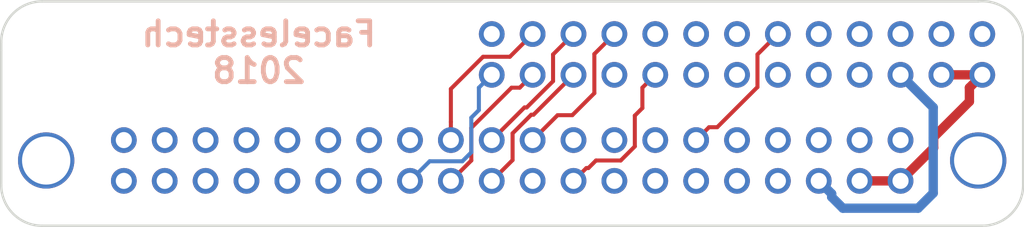
<source format=kicad_pcb>
(kicad_pcb (version 20171130) (host pcbnew 5.0.0+dfsg1-2)

  (general
    (thickness 1.6)
    (drawings 11)
    (tracks 60)
    (zones 0)
    (modules 4)
    (nets 57)
  )

  (page A4)
  (layers
    (0 F.Cu signal)
    (31 B.Cu signal)
    (32 B.Adhes user)
    (33 F.Adhes user)
    (34 B.Paste user)
    (35 F.Paste user)
    (36 B.SilkS user)
    (37 F.SilkS user)
    (38 B.Mask user)
    (39 F.Mask user)
    (40 Dwgs.User user)
    (41 Cmts.User user)
    (42 Eco1.User user)
    (43 Eco2.User user)
    (44 Edge.Cuts user)
    (45 Margin user)
    (46 B.CrtYd user)
    (47 F.CrtYd user)
    (48 B.Fab user)
    (49 F.Fab user)
  )

  (setup
    (last_trace_width 0.25)
    (user_trace_width 0.58)
    (trace_clearance 0.2)
    (zone_clearance 0.508)
    (zone_45_only no)
    (trace_min 0.2)
    (segment_width 0.2)
    (edge_width 0.15)
    (via_size 0.6)
    (via_drill 0.4)
    (via_min_size 0.4)
    (via_min_drill 0.3)
    (uvia_size 0.3)
    (uvia_drill 0.1)
    (uvias_allowed no)
    (uvia_min_size 0.2)
    (uvia_min_drill 0.1)
    (pcb_text_width 0.3)
    (pcb_text_size 1.5 1.5)
    (mod_edge_width 0.15)
    (mod_text_size 1 1)
    (mod_text_width 0.15)
    (pad_size 1.524 1.524)
    (pad_drill 0.762)
    (pad_to_mask_clearance 0.2)
    (aux_axis_origin 0 0)
    (visible_elements FFFFFF7F)
    (pcbplotparams
      (layerselection 0x010f0_ffffffff)
      (usegerberextensions false)
      (usegerberattributes false)
      (usegerberadvancedattributes false)
      (creategerberjobfile false)
      (excludeedgelayer true)
      (linewidth 0.100000)
      (plotframeref false)
      (viasonmask false)
      (mode 1)
      (useauxorigin false)
      (hpglpennumber 1)
      (hpglpenspeed 20)
      (hpglpendiameter 15.000000)
      (psnegative false)
      (psa4output false)
      (plotreference true)
      (plotvalue true)
      (plotinvisibletext false)
      (padsonsilk false)
      (subtractmaskfromsilk false)
      (outputformat 1)
      (mirror false)
      (drillshape 0)
      (scaleselection 1)
      (outputdirectory "gerbers/"))
  )

  (net 0 "")
  (net 1 "Net-(U1-Pad3)")
  (net 2 "Net-(U1-Pad5)")
  (net 3 "Net-(U1-Pad1)")
  (net 4 "Net-(U1-Pad19)")
  (net 5 "Net-(U2-Pad20)")
  (net 6 "Net-(U2-Pad17)")
  (net 7 "Net-(U2-Pad15)")
  (net 8 "Net-(U2-Pad13)")
  (net 9 "Net-(U1-Pad11)")
  (net 10 "Net-(U2-Pad9)")
  (net 11 "Net-(U2-Pad7)")
  (net 12 "Net-(U2-Pad5)")
  (net 13 "Net-(U2-Pad3)")
  (net 14 "Net-(U2-Pad1)")
  (net 15 "Net-(U1-Pad18)")
  (net 16 "Net-(U2-Pad16)")
  (net 17 "Net-(U2-Pad14)")
  (net 18 "Net-(U2-Pad12)")
  (net 19 "Net-(U2-Pad10)")
  (net 20 "Net-(U2-Pad8)")
  (net 21 "Net-(U1-Pad6)")
  (net 22 "Net-(U1-Pad21)")
  (net 23 "Net-(U1-Pad22)")
  (net 24 "Net-(U1-Pad23)")
  (net 25 "Net-(U1-Pad24)")
  (net 26 "Net-(U2-Pad25)")
  (net 27 "Net-(U1-Pad26)")
  (net 28 "Net-(U2-Pad27)")
  (net 29 "Net-(U2-Pad28)")
  (net 30 "Net-(U2-Pad29)")
  (net 31 "Net-(U2-Pad30)")
  (net 32 "Net-(U2-Pad31)")
  (net 33 "Net-(U2-Pad32)")
  (net 34 "Net-(U2-Pad33)")
  (net 35 "Net-(U2-Pad34)")
  (net 36 "Net-(U2-Pad35)")
  (net 37 "Net-(U2-Pad36)")
  (net 38 "Net-(U2-Pad37)")
  (net 39 "Net-(U2-Pad38)")
  (net 40 "Net-(U2-Pad39)")
  (net 41 "Net-(U2-Pad40)")
  (net 42 "Net-(U1-Pad20)")
  (net 43 "Net-(U1-Pad17)")
  (net 44 "Net-(U1-Pad15)")
  (net 45 "Net-(U1-Pad13)")
  (net 46 "Net-(U1-Pad9)")
  (net 47 "Net-(U1-Pad7)")
  (net 48 "Net-(U1-Pad16)")
  (net 49 "Net-(U1-Pad14)")
  (net 50 "Net-(U1-Pad12)")
  (net 51 "Net-(U1-Pad10)")
  (net 52 "Net-(U1-Pad8)")
  (net 53 "Net-(U1-Pad25)")
  (net 54 "Net-(U3-Pad1)")
  (net 55 "Net-(U4-Pad1)")
  (net 56 "Net-(U1-Pad2)")

  (net_class Default "This is the default net class."
    (clearance 0.2)
    (trace_width 0.25)
    (via_dia 0.6)
    (via_drill 0.4)
    (uvia_dia 0.3)
    (uvia_drill 0.1)
    (add_net "Net-(U1-Pad1)")
    (add_net "Net-(U1-Pad10)")
    (add_net "Net-(U1-Pad11)")
    (add_net "Net-(U1-Pad12)")
    (add_net "Net-(U1-Pad13)")
    (add_net "Net-(U1-Pad14)")
    (add_net "Net-(U1-Pad15)")
    (add_net "Net-(U1-Pad16)")
    (add_net "Net-(U1-Pad17)")
    (add_net "Net-(U1-Pad18)")
    (add_net "Net-(U1-Pad19)")
    (add_net "Net-(U1-Pad2)")
    (add_net "Net-(U1-Pad20)")
    (add_net "Net-(U1-Pad21)")
    (add_net "Net-(U1-Pad22)")
    (add_net "Net-(U1-Pad23)")
    (add_net "Net-(U1-Pad24)")
    (add_net "Net-(U1-Pad25)")
    (add_net "Net-(U1-Pad26)")
    (add_net "Net-(U1-Pad3)")
    (add_net "Net-(U1-Pad5)")
    (add_net "Net-(U1-Pad6)")
    (add_net "Net-(U1-Pad7)")
    (add_net "Net-(U1-Pad8)")
    (add_net "Net-(U1-Pad9)")
    (add_net "Net-(U2-Pad1)")
    (add_net "Net-(U2-Pad10)")
    (add_net "Net-(U2-Pad12)")
    (add_net "Net-(U2-Pad13)")
    (add_net "Net-(U2-Pad14)")
    (add_net "Net-(U2-Pad15)")
    (add_net "Net-(U2-Pad16)")
    (add_net "Net-(U2-Pad17)")
    (add_net "Net-(U2-Pad20)")
    (add_net "Net-(U2-Pad25)")
    (add_net "Net-(U2-Pad27)")
    (add_net "Net-(U2-Pad28)")
    (add_net "Net-(U2-Pad29)")
    (add_net "Net-(U2-Pad3)")
    (add_net "Net-(U2-Pad30)")
    (add_net "Net-(U2-Pad31)")
    (add_net "Net-(U2-Pad32)")
    (add_net "Net-(U2-Pad33)")
    (add_net "Net-(U2-Pad34)")
    (add_net "Net-(U2-Pad35)")
    (add_net "Net-(U2-Pad36)")
    (add_net "Net-(U2-Pad37)")
    (add_net "Net-(U2-Pad38)")
    (add_net "Net-(U2-Pad39)")
    (add_net "Net-(U2-Pad40)")
    (add_net "Net-(U2-Pad5)")
    (add_net "Net-(U2-Pad7)")
    (add_net "Net-(U2-Pad8)")
    (add_net "Net-(U2-Pad9)")
    (add_net "Net-(U3-Pad1)")
    (add_net "Net-(U4-Pad1)")
  )

  (net_class power_rail ""
    (clearance 0.2)
    (trace_width 0.5)
    (via_dia 0.6)
    (via_drill 0.4)
    (uvia_dia 0.3)
    (uvia_drill 0.1)
  )

  (module raspberry_pi_gpio_custom:raspberry_pi_gpio_custom (layer F.Cu) (tedit 5B45C832) (tstamp 5B30C75D)
    (at 148.59 104.902)
    (path /5B30BBFA)
    (fp_text reference U2 (at 0 4.064) (layer F.SilkS) hide
      (effects (font (size 1 1) (thickness 0.15)))
    )
    (fp_text value Raspberry_Pi_2_3 (at 0 -4.572) (layer F.Fab) hide
      (effects (font (size 1 1) (thickness 0.15)))
    )
    (pad 19 thru_hole circle (at 1.27 -1.27) (size 1.6 1.6) (drill 1) (layers *.Cu *.Mask)
      (net 4 "Net-(U1-Pad19)"))
    (pad 20 thru_hole circle (at 1.27 1.27) (size 1.6 1.6) (drill 1) (layers *.Cu *.Mask)
      (net 5 "Net-(U2-Pad20)"))
    (pad 17 thru_hole circle (at 3.81 -1.27) (size 1.6 1.6) (drill 1) (layers *.Cu *.Mask)
      (net 6 "Net-(U2-Pad17)"))
    (pad 15 thru_hole circle (at 6.35 -1.27) (size 1.6 1.6) (drill 1) (layers *.Cu *.Mask)
      (net 7 "Net-(U2-Pad15)"))
    (pad 13 thru_hole circle (at 8.89 -1.27) (size 1.6 1.6) (drill 1) (layers *.Cu *.Mask)
      (net 8 "Net-(U2-Pad13)"))
    (pad 11 thru_hole circle (at 11.43 -1.27) (size 1.6 1.6) (drill 1) (layers *.Cu *.Mask)
      (net 9 "Net-(U1-Pad11)"))
    (pad 9 thru_hole circle (at 13.97 -1.27) (size 1.6 1.6) (drill 1) (layers *.Cu *.Mask)
      (net 10 "Net-(U2-Pad9)"))
    (pad 7 thru_hole circle (at 16.51 -1.27) (size 1.6 1.6) (drill 1) (layers *.Cu *.Mask)
      (net 11 "Net-(U2-Pad7)"))
    (pad 5 thru_hole circle (at 19.05 -1.27) (size 1.6 1.6) (drill 1) (layers *.Cu *.Mask)
      (net 12 "Net-(U2-Pad5)"))
    (pad 3 thru_hole circle (at 21.59 -1.27) (size 1.6 1.6) (drill 1) (layers *.Cu *.Mask)
      (net 13 "Net-(U2-Pad3)"))
    (pad 1 thru_hole circle (at 24.13 -1.27) (size 1.6 1.6) (drill 1) (layers *.Cu *.Mask)
      (net 14 "Net-(U2-Pad1)"))
    (pad 18 thru_hole circle (at 3.81 1.27) (size 1.6 1.6) (drill 1) (layers *.Cu *.Mask)
      (net 15 "Net-(U1-Pad18)"))
    (pad 16 thru_hole circle (at 6.35 1.27) (size 1.6 1.6) (drill 1) (layers *.Cu *.Mask)
      (net 16 "Net-(U2-Pad16)"))
    (pad 14 thru_hole circle (at 8.89 1.27) (size 1.6 1.6) (drill 1) (layers *.Cu *.Mask)
      (net 17 "Net-(U2-Pad14)"))
    (pad 12 thru_hole circle (at 11.43 1.27) (size 1.6 1.6) (drill 1) (layers *.Cu *.Mask)
      (net 18 "Net-(U2-Pad12)"))
    (pad 10 thru_hole circle (at 13.97 1.27) (size 1.6 1.6) (drill 1) (layers *.Cu *.Mask)
      (net 19 "Net-(U2-Pad10)"))
    (pad 8 thru_hole circle (at 16.51 1.27) (size 1.6 1.6) (drill 1) (layers *.Cu *.Mask)
      (net 20 "Net-(U2-Pad8)"))
    (pad 6 thru_hole circle (at 19.05 1.27) (size 1.6 1.6) (drill 1) (layers *.Cu *.Mask)
      (net 21 "Net-(U1-Pad6)"))
    (pad 4 thru_hole circle (at 21.59 1.27) (size 1.6 1.6) (drill 1) (layers *.Cu *.Mask)
      (net 56 "Net-(U1-Pad2)"))
    (pad 2 thru_hole circle (at 24.13 1.27) (size 1.6 1.6) (drill 1) (layers *.Cu *.Mask)
      (net 56 "Net-(U1-Pad2)"))
    (pad 21 thru_hole circle (at -1.27 -1.27) (size 1.6 1.6) (drill 1) (layers *.Cu *.Mask)
      (net 22 "Net-(U1-Pad21)"))
    (pad 22 thru_hole circle (at -1.27 1.27) (size 1.6 1.6) (drill 1) (layers *.Cu *.Mask)
      (net 23 "Net-(U1-Pad22)"))
    (pad 23 thru_hole circle (at -3.81 -1.27) (size 1.6 1.6) (drill 1) (layers *.Cu *.Mask)
      (net 24 "Net-(U1-Pad23)"))
    (pad 24 thru_hole circle (at -3.81 1.27) (size 1.6 1.6) (drill 1) (layers *.Cu *.Mask)
      (net 25 "Net-(U1-Pad24)"))
    (pad 25 thru_hole circle (at -6.35 -1.27) (size 1.6 1.6) (drill 1) (layers *.Cu *.Mask)
      (net 26 "Net-(U2-Pad25)"))
    (pad 26 thru_hole circle (at -6.35 1.27) (size 1.6 1.6) (drill 1) (layers *.Cu *.Mask)
      (net 27 "Net-(U1-Pad26)"))
    (pad 27 thru_hole circle (at -8.89 -1.27) (size 1.6 1.6) (drill 1) (layers *.Cu *.Mask)
      (net 28 "Net-(U2-Pad27)"))
    (pad 28 thru_hole circle (at -8.89 1.27) (size 1.6 1.6) (drill 1) (layers *.Cu *.Mask)
      (net 29 "Net-(U2-Pad28)"))
    (pad 29 thru_hole circle (at -11.43 -1.27) (size 1.6 1.6) (drill 1) (layers *.Cu *.Mask)
      (net 30 "Net-(U2-Pad29)"))
    (pad 30 thru_hole circle (at -11.43 1.27) (size 1.6 1.6) (drill 1) (layers *.Cu *.Mask)
      (net 31 "Net-(U2-Pad30)"))
    (pad 31 thru_hole circle (at -13.97 -1.27) (size 1.6 1.6) (drill 1) (layers *.Cu *.Mask)
      (net 32 "Net-(U2-Pad31)"))
    (pad 32 thru_hole circle (at -13.97 1.27) (size 1.6 1.6) (drill 1) (layers *.Cu *.Mask)
      (net 33 "Net-(U2-Pad32)"))
    (pad 33 thru_hole circle (at -16.51 -1.27) (size 1.6 1.6) (drill 1) (layers *.Cu *.Mask)
      (net 34 "Net-(U2-Pad33)"))
    (pad 34 thru_hole circle (at -16.51 1.27) (size 1.6 1.6) (drill 1) (layers *.Cu *.Mask)
      (net 35 "Net-(U2-Pad34)"))
    (pad 35 thru_hole circle (at -19.05 -1.27) (size 1.6 1.6) (drill 1) (layers *.Cu *.Mask)
      (net 36 "Net-(U2-Pad35)"))
    (pad 36 thru_hole circle (at -19.05 1.27) (size 1.6 1.6) (drill 1) (layers *.Cu *.Mask)
      (net 37 "Net-(U2-Pad36)"))
    (pad 37 thru_hole circle (at -21.59 -1.27) (size 1.6 1.6) (drill 1) (layers *.Cu *.Mask)
      (net 38 "Net-(U2-Pad37)"))
    (pad 38 thru_hole circle (at -21.59 1.27) (size 1.6 1.6) (drill 1) (layers *.Cu *.Mask)
      (net 39 "Net-(U2-Pad38)"))
    (pad 39 thru_hole circle (at -24.13 -1.27) (size 1.6 1.6) (drill 1) (layers *.Cu *.Mask)
      (net 40 "Net-(U2-Pad39)"))
    (pad 40 thru_hole circle (at -24.13 1.27) (size 1.6 1.6) (drill 1) (layers *.Cu *.Mask)
      (net 41 "Net-(U2-Pad40)"))
  )

  (module raspberry_pi_gpio_custom:raspberry_pi_gpio_26pin_custom (layer F.Cu) (tedit 5B45C83A) (tstamp 5B30CB83)
    (at 162.56 98.298)
    (path /5B30BC4F)
    (fp_text reference U1 (at 0 3.683) (layer F.SilkS) hide
      (effects (font (size 1 1) (thickness 0.15)))
    )
    (fp_text value RASPBERRY_PI_HEADER_26_pins (at 0 -3.7465) (layer F.Fab) hide
      (effects (font (size 1 1) (thickness 0.15)))
    )
    (pad 19 thru_hole circle (at -7.62 -1.27) (size 1.6 1.6) (drill 1) (layers *.Cu *.Mask)
      (net 4 "Net-(U1-Pad19)"))
    (pad 20 thru_hole circle (at -7.62 1.27) (size 1.6 1.6) (drill 1) (layers *.Cu *.Mask)
      (net 42 "Net-(U1-Pad20)"))
    (pad 17 thru_hole circle (at -5.08 -1.27) (size 1.6 1.6) (drill 1) (layers *.Cu *.Mask)
      (net 43 "Net-(U1-Pad17)"))
    (pad 15 thru_hole circle (at -2.54 -1.27) (size 1.6 1.6) (drill 1) (layers *.Cu *.Mask)
      (net 44 "Net-(U1-Pad15)"))
    (pad 13 thru_hole circle (at 0 -1.27) (size 1.6 1.6) (drill 1) (layers *.Cu *.Mask)
      (net 45 "Net-(U1-Pad13)"))
    (pad 11 thru_hole circle (at 2.54 -1.27) (size 1.6 1.6) (drill 1) (layers *.Cu *.Mask)
      (net 9 "Net-(U1-Pad11)"))
    (pad 9 thru_hole circle (at 5.08 -1.27) (size 1.6 1.6) (drill 1) (layers *.Cu *.Mask)
      (net 46 "Net-(U1-Pad9)"))
    (pad 7 thru_hole circle (at 7.62 -1.27) (size 1.6 1.6) (drill 1) (layers *.Cu *.Mask)
      (net 47 "Net-(U1-Pad7)"))
    (pad 5 thru_hole circle (at 10.16 -1.27) (size 1.6 1.6) (drill 1) (layers *.Cu *.Mask)
      (net 2 "Net-(U1-Pad5)"))
    (pad 3 thru_hole circle (at 12.7 -1.27) (size 1.6 1.6) (drill 1) (layers *.Cu *.Mask)
      (net 1 "Net-(U1-Pad3)"))
    (pad 1 thru_hole circle (at 15.24 -1.27) (size 1.6 1.6) (drill 1) (layers *.Cu *.Mask)
      (net 3 "Net-(U1-Pad1)"))
    (pad 18 thru_hole circle (at -5.08 1.27) (size 1.6 1.6) (drill 1) (layers *.Cu *.Mask)
      (net 15 "Net-(U1-Pad18)"))
    (pad 16 thru_hole circle (at -2.54 1.27) (size 1.6 1.6) (drill 1) (layers *.Cu *.Mask)
      (net 48 "Net-(U1-Pad16)"))
    (pad 14 thru_hole circle (at 0 1.27) (size 1.6 1.6) (drill 1) (layers *.Cu *.Mask)
      (net 49 "Net-(U1-Pad14)"))
    (pad 12 thru_hole circle (at 2.54 1.27) (size 1.6 1.6) (drill 1) (layers *.Cu *.Mask)
      (net 50 "Net-(U1-Pad12)"))
    (pad 10 thru_hole circle (at 5.08 1.27) (size 1.6 1.6) (drill 1) (layers *.Cu *.Mask)
      (net 51 "Net-(U1-Pad10)"))
    (pad 8 thru_hole circle (at 7.62 1.27) (size 1.6 1.6) (drill 1) (layers *.Cu *.Mask)
      (net 52 "Net-(U1-Pad8)"))
    (pad 6 thru_hole circle (at 10.16 1.27) (size 1.6 1.6) (drill 1) (layers *.Cu *.Mask)
      (net 21 "Net-(U1-Pad6)"))
    (pad 4 thru_hole circle (at 12.7 1.27) (size 1.6 1.6) (drill 1) (layers *.Cu *.Mask)
      (net 56 "Net-(U1-Pad2)"))
    (pad 2 thru_hole circle (at 15.24 1.27) (size 1.6 1.6) (drill 1) (layers *.Cu *.Mask)
      (net 56 "Net-(U1-Pad2)"))
    (pad 21 thru_hole circle (at -10.16 -1.27) (size 1.6 1.6) (drill 1) (layers *.Cu *.Mask)
      (net 22 "Net-(U1-Pad21)"))
    (pad 22 thru_hole circle (at -10.16 1.27) (size 1.6 1.6) (drill 1) (layers *.Cu *.Mask)
      (net 23 "Net-(U1-Pad22)"))
    (pad 23 thru_hole circle (at -12.7 -1.27) (size 1.6 1.6) (drill 1) (layers *.Cu *.Mask)
      (net 24 "Net-(U1-Pad23)"))
    (pad 24 thru_hole circle (at -12.7 1.27) (size 1.6 1.6) (drill 1) (layers *.Cu *.Mask)
      (net 25 "Net-(U1-Pad24)"))
    (pad 25 thru_hole circle (at -15.24 -1.27) (size 1.6 1.6) (drill 1) (layers *.Cu *.Mask)
      (net 53 "Net-(U1-Pad25)"))
    (pad 26 thru_hole circle (at -15.24 1.27) (size 1.6 1.6) (drill 1) (layers *.Cu *.Mask)
      (net 27 "Net-(U1-Pad26)"))
  )

  (module m3_hole_custom:m3_hole_custom (layer F.Cu) (tedit 5B45C841) (tstamp 5B498C43)
    (at 177.546 104.902)
    (path /5B40CF7D)
    (fp_text reference U3 (at 0 2.921) (layer F.SilkS) hide
      (effects (font (size 1 1) (thickness 0.15)))
    )
    (fp_text value m3_hole_custom (at 0 -2.921) (layer F.Fab) hide
      (effects (font (size 1 1) (thickness 0.15)))
    )
    (pad 1 thru_hole circle (at 0 0) (size 3.5 3.5) (drill 3) (layers *.Cu *.Mask)
      (net 54 "Net-(U3-Pad1)"))
  )

  (module m3_hole_custom:m3_hole_custom (layer F.Cu) (tedit 5B45C82B) (tstamp 5B498C48)
    (at 119.634 104.902)
    (path /5B40CFB2)
    (fp_text reference U4 (at 0 2.921) (layer F.SilkS) hide
      (effects (font (size 1 1) (thickness 0.15)))
    )
    (fp_text value m3_hole_custom (at 0 -2.921) (layer F.Fab) hide
      (effects (font (size 1 1) (thickness 0.15)))
    )
    (pad 1 thru_hole circle (at 0 0) (size 3.5 3.5) (drill 3) (layers *.Cu *.Mask)
      (net 55 "Net-(U4-Pad1)"))
  )

  (gr_line (start 116.84 106.426) (end 116.84 98.0694) (layer Edge.Cuts) (width 0.15))
  (gr_line (start 180.34 106.426) (end 180.34 97.282) (layer Edge.Cuts) (width 0.15))
  (gr_line (start 119.38 108.966) (end 177.8 108.966) (layer Edge.Cuts) (width 0.15))
  (gr_arc (start 177.8 106.426) (end 177.8 108.966) (angle -90) (layer Edge.Cuts) (width 0.15))
  (gr_arc (start 119.38 106.426) (end 116.84 106.426) (angle -90) (layer Edge.Cuts) (width 0.15))
  (gr_line (start 177.546 94.996) (end 119.38 94.996) (angle 90) (layer Edge.Cuts) (width 0.15))
  (gr_line (start 116.84 98.044) (end 116.84 97.536) (angle 90) (layer Edge.Cuts) (width 0.15))
  (gr_arc (start 119.38 97.536) (end 116.84 97.536) (angle 90) (layer Edge.Cuts) (width 0.15))
  (gr_arc (start 177.8 97.536) (end 177.546 94.996) (angle 90) (layer Edge.Cuts) (width 0.15))
  (gr_text 2018 (at 132.842 99.314) (layer B.SilkS)
    (effects (font (size 1.5 1.5) (thickness 0.3)) (justify mirror))
  )
  (gr_text Facelesstech (at 132.842 97.028) (layer B.SilkS)
    (effects (font (size 1.5 1.5) (thickness 0.3)) (justify mirror))
  )

  (segment (start 154.94 97.028) (end 153.6954 98.2726) (width 0.25) (layer F.Cu) (net 4))
  (segment (start 153.6954 98.2726) (end 153.6954 100.711) (width 0.25) (layer F.Cu) (net 4))
  (segment (start 153.6954 100.711) (end 152.3238 102.0826) (width 0.25) (layer F.Cu) (net 4))
  (segment (start 151.4094 102.0826) (end 149.86 103.632) (width 0.25) (layer F.Cu) (net 4))
  (segment (start 152.3238 102.0826) (end 151.4094 102.0826) (width 0.25) (layer F.Cu) (net 4))
  (segment (start 160.819999 102.832001) (end 160.02 103.632) (width 0.25) (layer F.Cu) (net 9))
  (segment (start 163.83 100.33) (end 161.327999 102.832001) (width 0.25) (layer F.Cu) (net 9))
  (segment (start 163.83 98.298) (end 163.83 100.33) (width 0.25) (layer F.Cu) (net 9))
  (segment (start 161.327999 102.832001) (end 160.819999 102.832001) (width 0.25) (layer F.Cu) (net 9))
  (segment (start 165.1 97.028) (end 163.83 98.298) (width 0.25) (layer F.Cu) (net 9))
  (segment (start 156.680001 100.367999) (end 156.680001 101.637999) (width 0.25) (layer F.Cu) (net 15))
  (segment (start 157.48 99.568) (end 156.680001 100.367999) (width 0.25) (layer F.Cu) (net 15))
  (segment (start 156.680001 101.637999) (end 156.21 102.108) (width 0.25) (layer F.Cu) (net 15))
  (segment (start 156.21 104.027002) (end 155.335002 104.902) (width 0.25) (layer F.Cu) (net 15))
  (segment (start 156.21 102.108) (end 156.21 104.027002) (width 0.25) (layer F.Cu) (net 15))
  (segment (start 153.199999 105.372001) (end 152.4 106.172) (width 0.25) (layer F.Cu) (net 15))
  (segment (start 153.328409 105.372001) (end 153.199999 105.372001) (width 0.25) (layer F.Cu) (net 15))
  (segment (start 153.79841 104.902) (end 153.328409 105.372001) (width 0.25) (layer F.Cu) (net 15))
  (segment (start 155.335002 104.902) (end 153.79841 104.902) (width 0.25) (layer F.Cu) (net 15))
  (segment (start 168.439999 106.971999) (end 168.439999 107.175199) (width 0.58) (layer B.Cu) (net 21))
  (segment (start 167.64 106.172) (end 168.439999 106.971999) (width 0.58) (layer B.Cu) (net 21))
  (segment (start 168.439999 107.175199) (end 169.1386 107.8738) (width 0.58) (layer B.Cu) (net 21))
  (segment (start 169.1386 107.8738) (end 173.8122 107.8738) (width 0.58) (layer B.Cu) (net 21))
  (segment (start 173.8122 107.8738) (end 174.752 106.934) (width 0.58) (layer B.Cu) (net 21))
  (segment (start 174.752 101.6) (end 172.72 99.568) (width 0.58) (layer B.Cu) (net 21))
  (segment (start 174.752 106.934) (end 174.752 101.6) (width 0.58) (layer B.Cu) (net 21))
  (segment (start 152.4 97.028) (end 151.13 98.298) (width 0.25) (layer F.Cu) (net 22))
  (segment (start 151.13 99.963002) (end 149.493002 101.6) (width 0.25) (layer F.Cu) (net 22))
  (segment (start 151.13 98.298) (end 151.13 99.963002) (width 0.25) (layer F.Cu) (net 22))
  (segment (start 149.352 101.6) (end 147.32 103.632) (width 0.25) (layer F.Cu) (net 22))
  (segment (start 149.493002 101.6) (end 149.352 101.6) (width 0.25) (layer F.Cu) (net 22))
  (segment (start 149.776988 102.05001) (end 148.6154 103.211598) (width 0.25) (layer F.Cu) (net 23))
  (segment (start 152.4 99.568) (end 149.91799 102.05001) (width 0.25) (layer F.Cu) (net 23))
  (segment (start 149.91799 102.05001) (end 149.776988 102.05001) (width 0.25) (layer F.Cu) (net 23))
  (segment (start 148.6154 104.8766) (end 147.32 106.172) (width 0.25) (layer F.Cu) (net 23))
  (segment (start 148.6154 103.211598) (end 148.6154 104.8766) (width 0.25) (layer F.Cu) (net 23))
  (segment (start 144.78 102.50063) (end 144.78 103.632) (width 0.25) (layer F.Cu) (net 24))
  (segment (start 144.78 100.442998) (end 144.78 102.50063) (width 0.25) (layer F.Cu) (net 24))
  (segment (start 146.779999 98.442999) (end 144.78 100.442998) (width 0.25) (layer F.Cu) (net 24))
  (segment (start 148.445001 98.442999) (end 146.779999 98.442999) (width 0.25) (layer F.Cu) (net 24))
  (segment (start 149.86 97.028) (end 148.445001 98.442999) (width 0.25) (layer F.Cu) (net 24))
  (segment (start 146.05 104.902) (end 144.78 106.172) (width 0.25) (layer F.Cu) (net 25))
  (segment (start 148.552001 100.367999) (end 146.05 102.87) (width 0.25) (layer F.Cu) (net 25))
  (segment (start 149.86 99.568) (end 149.060001 100.367999) (width 0.25) (layer F.Cu) (net 25))
  (segment (start 146.05 102.87) (end 146.05 104.902) (width 0.25) (layer F.Cu) (net 25))
  (segment (start 149.060001 100.367999) (end 148.552001 100.367999) (width 0.25) (layer F.Cu) (net 25))
  (segment (start 146.520001 100.367999) (end 146.520001 101.764999) (width 0.25) (layer B.Cu) (net 27))
  (segment (start 147.32 99.568) (end 146.520001 100.367999) (width 0.25) (layer B.Cu) (net 27))
  (segment (start 146.520001 101.764999) (end 146.05 102.235) (width 0.25) (layer B.Cu) (net 27))
  (segment (start 146.05 102.235) (end 146.05 104.394) (width 0.25) (layer B.Cu) (net 27))
  (segment (start 146.05 104.394) (end 145.4912 104.9528) (width 0.25) (layer B.Cu) (net 27))
  (segment (start 143.4592 104.9528) (end 142.24 106.172) (width 0.25) (layer B.Cu) (net 27))
  (segment (start 145.4912 104.9528) (end 143.4592 104.9528) (width 0.25) (layer B.Cu) (net 27))
  (segment (start 177.000001 100.367999) (end 177.000001 101.231599) (width 0.58) (layer F.Cu) (net 56))
  (segment (start 177.8 99.568) (end 177.000001 100.367999) (width 0.58) (layer F.Cu) (net 56))
  (segment (start 177.000001 101.231599) (end 174.7774 103.4542) (width 0.58) (layer F.Cu) (net 56))
  (segment (start 174.7774 104.1146) (end 172.72 106.172) (width 0.58) (layer F.Cu) (net 56))
  (segment (start 174.7774 103.4542) (end 174.7774 104.1146) (width 0.58) (layer F.Cu) (net 56))
  (segment (start 170.18 106.172) (end 172.72 106.172) (width 0.58) (layer F.Cu) (net 56))
  (segment (start 175.26 99.568) (end 177.8 99.568) (width 0.58) (layer F.Cu) (net 56))

)

</source>
